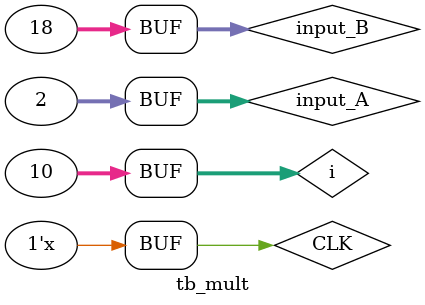
<source format=sv>
`timescale 1ns / 1ps


module tb_mult();

    parameter PERIOD = 10;
    reg CLK;
    reg [31:0] input_A;
    reg [31:0] input_B;
    wire [63:0] output_P0, output_P1, output_P2, output_P3;
    
    integer i ;
    
    mult_operator uut0(
        .A(input_A),
        .B(input_B),
        .P(output_P0)
    );
    
    mult_gen_1 uut1 (
      .A(input_A),  // input wire [31 : 0] A
      .B(input_B),  // input wire [31 : 0] B
      .P(output_P1)  // output wire [63 : 0] P
    );
    
    mult_piped_3 uut2 (
      .CLK(CLK),  // input wire CLK
      .A(input_A),
      .B(input_B),
      .P(output_P2)
    );
    
    mult_piped_6 uut3 (
      .CLK(CLK),  // input wire CLK
      .A(input_A),      // input wire [31 : 0] A
      .B(input_B),      // input wire [31 : 0] B
      .P(output_P3)      // output wire [63 : 0] P
    );
    
    always begin
        #(PERIOD/2) CLK = ~CLK;
    end

    initial begin
        CLK = 0;
        input_A = 32'b0000_0000_0000_0000_0000_0000_0000_0010;
        input_B = 32'b0000_0000_0000_0000_0000_0000_0000_1000;
        
        for (i=0; i < 10; i=i+1) begin
            #PERIOD;
            input_B = input_B + 1;
        end
    end
        
endmodule

</source>
